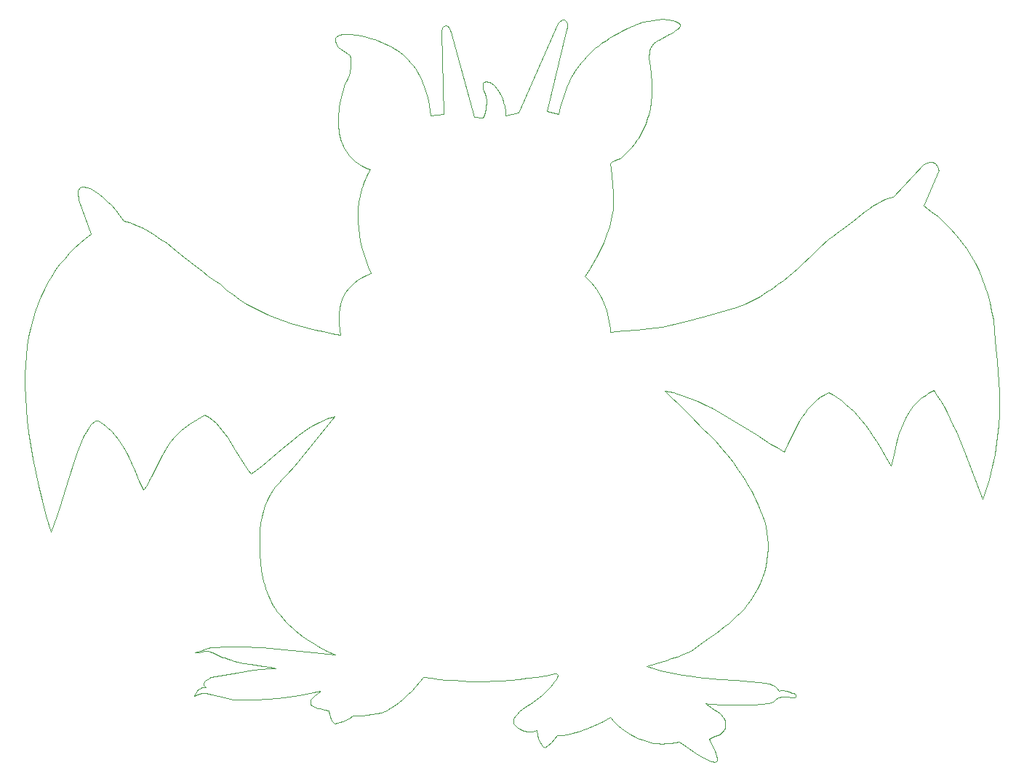
<source format=gbr>
%TF.GenerationSoftware,KiCad,Pcbnew,(5.1.6)-1*%
%TF.CreationDate,2020-10-19T09:00:09+02:00*%
%TF.ProjectId,Drache3,44726163-6865-4332-9e6b-696361645f70,rev?*%
%TF.SameCoordinates,Original*%
%TF.FileFunction,Profile,NP*%
%FSLAX46Y46*%
G04 Gerber Fmt 4.6, Leading zero omitted, Abs format (unit mm)*
G04 Created by KiCad (PCBNEW (5.1.6)-1) date 2020-10-19 09:00:09*
%MOMM*%
%LPD*%
G01*
G04 APERTURE LIST*
%TA.AperFunction,Profile*%
%ADD10C,0.100000*%
%TD*%
G04 APERTURE END LIST*
D10*
X87571200Y-110573100D02*
X87047300Y-108750900D01*
X87047300Y-108750900D02*
X86576600Y-106987100D01*
X86576600Y-106987100D02*
X86158100Y-105280800D01*
X86158100Y-105280800D02*
X85790800Y-103630800D01*
X85790800Y-103630800D02*
X85473700Y-102036100D01*
X85473700Y-102036100D02*
X85205800Y-100495500D01*
X85205800Y-100495500D02*
X84986200Y-99008100D01*
X84986200Y-99008100D02*
X84813900Y-97572600D01*
X84813900Y-97572600D02*
X84687800Y-96187900D01*
X84687800Y-96187900D02*
X84607000Y-94853100D01*
X84607000Y-94853100D02*
X84570400Y-93566900D01*
X84570400Y-93566900D02*
X84577100Y-92328300D01*
X84577100Y-92328300D02*
X84626100Y-91136400D01*
X84626100Y-91136400D02*
X84716500Y-89989800D01*
X84716500Y-89989800D02*
X84847100Y-88887600D01*
X84847100Y-88887600D02*
X85017100Y-87828700D01*
X85017100Y-87828700D02*
X85225400Y-86811800D01*
X85225400Y-86811800D02*
X85471000Y-85836100D01*
X85471000Y-85836100D02*
X85753000Y-84900400D01*
X85753000Y-84900400D02*
X86070400Y-84003600D01*
X86070400Y-84003600D02*
X86422100Y-83144500D01*
X86422100Y-83144500D02*
X86807100Y-82322100D01*
X86807100Y-82322100D02*
X87224700Y-81535400D01*
X87224700Y-81535400D02*
X87673500Y-80783300D01*
X87673500Y-80783300D02*
X88152800Y-80064500D01*
X88152800Y-80064500D02*
X88661500Y-79378100D01*
X88661500Y-79378100D02*
X89198500Y-78723000D01*
X89198500Y-78723000D02*
X89763100Y-78098000D01*
X89763100Y-78098000D02*
X90354000Y-77502100D01*
X90354000Y-77502100D02*
X90970400Y-76934200D01*
X90970400Y-76934200D02*
X91611300Y-76393300D01*
X91611300Y-76393300D02*
X92275600Y-75878000D01*
X92275600Y-75878000D02*
X90864300Y-71879300D01*
X90864300Y-71879300D02*
X90797600Y-71601700D01*
X90797600Y-71601700D02*
X90755400Y-71356800D01*
X90755400Y-71356800D02*
X90736900Y-71143400D01*
X90736900Y-71143400D02*
X90740800Y-70959900D01*
X90740800Y-70959900D02*
X90766100Y-70805100D01*
X90766100Y-70805100D02*
X90811800Y-70677300D01*
X90811800Y-70677300D02*
X90876800Y-70575300D01*
X90876800Y-70575300D02*
X90960100Y-70497700D01*
X90960100Y-70497700D02*
X91060600Y-70443100D01*
X91060600Y-70443100D02*
X91177300Y-70410000D01*
X91177300Y-70410000D02*
X91309100Y-70397100D01*
X91309100Y-70397100D02*
X91455000Y-70402900D01*
X91455000Y-70402900D02*
X91784700Y-70465100D01*
X91784700Y-70465100D02*
X92158000Y-70585500D01*
X92158000Y-70585500D02*
X92665600Y-70899200D01*
X92665600Y-70899200D02*
X93169100Y-71240500D01*
X93169100Y-71240500D02*
X93667500Y-71618100D01*
X93667500Y-71618100D02*
X94159600Y-72040500D01*
X94159600Y-72040500D02*
X94643900Y-72516300D01*
X94643900Y-72516300D02*
X95119400Y-73054000D01*
X95119400Y-73054000D02*
X95585000Y-73662000D01*
X95585000Y-73662000D02*
X95813500Y-73995200D01*
X95813500Y-73995200D02*
X96039100Y-74349100D01*
X96039100Y-74349100D02*
X96405900Y-74441300D01*
X96405900Y-74441300D02*
X96770900Y-74551100D01*
X96770900Y-74551100D02*
X97134300Y-74677800D01*
X97134300Y-74677800D02*
X97496000Y-74820400D01*
X97496000Y-74820400D02*
X98215000Y-75149800D01*
X98215000Y-75149800D02*
X98928700Y-75532700D01*
X98928700Y-75532700D02*
X99637700Y-75961900D01*
X99637700Y-75961900D02*
X100342800Y-76430400D01*
X100342800Y-76430400D02*
X101044700Y-76931600D01*
X101044700Y-76931600D02*
X101744000Y-77458200D01*
X101744000Y-77458200D02*
X103137700Y-78560400D01*
X103137700Y-78560400D02*
X104529500Y-79681500D01*
X104529500Y-79681500D02*
X105226500Y-80231800D01*
X105226500Y-80231800D02*
X105925100Y-80766100D01*
X105925100Y-80766100D02*
X106625800Y-81277300D01*
X106625800Y-81277300D02*
X107329700Y-81758500D01*
X107329700Y-81758500D02*
X108042900Y-82368400D01*
X108042900Y-82368400D02*
X108782500Y-82938700D01*
X108782500Y-82938700D02*
X109547200Y-83471200D01*
X109547200Y-83471200D02*
X110336200Y-83967300D01*
X110336200Y-83967300D02*
X111148400Y-84428500D01*
X111148400Y-84428500D02*
X111982900Y-84856500D01*
X111982900Y-84856500D02*
X112838500Y-85252700D01*
X112838500Y-85252700D02*
X113714400Y-85618500D01*
X113714400Y-85618500D02*
X114609300Y-85955700D01*
X114609300Y-85955700D02*
X115522500Y-86265500D01*
X115522500Y-86265500D02*
X116452700Y-86549800D01*
X116452700Y-86549800D02*
X117399100Y-86809900D01*
X117399100Y-86809900D02*
X118360600Y-87047300D01*
X118360600Y-87047300D02*
X119336100Y-87263600D01*
X119336100Y-87263600D02*
X120324700Y-87460300D01*
X120324700Y-87460300D02*
X121325300Y-87639000D01*
X121325300Y-87639000D02*
X121208400Y-86955900D01*
X121208400Y-86955900D02*
X121137900Y-86305100D01*
X121137900Y-86305100D02*
X121113600Y-85686400D01*
X121113600Y-85686400D02*
X121135100Y-85099600D01*
X121135100Y-85099600D02*
X121202200Y-84544400D01*
X121202200Y-84544400D02*
X121314500Y-84020800D01*
X121314500Y-84020800D02*
X121471600Y-83528200D01*
X121471600Y-83528200D02*
X121673300Y-83066700D01*
X121673300Y-83066700D02*
X121919300Y-82636100D01*
X121919300Y-82636100D02*
X122209200Y-82236000D01*
X122209200Y-82236000D02*
X122542800Y-81866200D01*
X122542800Y-81866200D02*
X122919600Y-81526600D01*
X122919600Y-81526600D02*
X123339400Y-81216800D01*
X123339400Y-81216800D02*
X123801900Y-80936800D01*
X123801900Y-80936800D02*
X124306800Y-80686100D01*
X124306800Y-80686100D02*
X124853600Y-80464800D01*
X124853600Y-80464800D02*
X124544500Y-79707700D01*
X124544500Y-79707700D02*
X124264200Y-78950600D01*
X124264200Y-78950600D02*
X124015000Y-78193500D01*
X124015000Y-78193500D02*
X123799500Y-77436300D01*
X123799500Y-77436300D02*
X123620200Y-76679300D01*
X123620200Y-76679300D02*
X123479300Y-75922100D01*
X123479300Y-75922100D02*
X123379700Y-75165000D01*
X123379700Y-75165000D02*
X123323400Y-74407900D01*
X123323400Y-74407900D02*
X123313200Y-73650800D01*
X123313200Y-73650800D02*
X123351400Y-72893600D01*
X123351400Y-72893600D02*
X123440500Y-72136600D01*
X123440500Y-72136600D02*
X123583000Y-71379400D01*
X123583000Y-71379400D02*
X123781300Y-70622300D01*
X123781300Y-70622300D02*
X123902200Y-70243800D01*
X123902200Y-70243800D02*
X124038000Y-69865200D01*
X124038000Y-69865200D02*
X124188900Y-69486600D01*
X124188900Y-69486600D02*
X124355400Y-69108100D01*
X124355400Y-69108100D02*
X124537600Y-68729500D01*
X124537600Y-68729500D02*
X124736100Y-68351000D01*
X124736100Y-68351000D02*
X124410000Y-68220800D01*
X124410000Y-68220800D02*
X124098700Y-68077900D01*
X124098700Y-68077900D02*
X123802400Y-67922200D01*
X123802400Y-67922200D02*
X123520800Y-67754000D01*
X123520800Y-67754000D02*
X123254100Y-67573400D01*
X123254100Y-67573400D02*
X123002500Y-67380400D01*
X123002500Y-67380400D02*
X122765600Y-67175000D01*
X122765600Y-67175000D02*
X122543900Y-66957400D01*
X122543900Y-66957400D02*
X122337200Y-66727800D01*
X122337200Y-66727800D02*
X122145500Y-66486100D01*
X122145500Y-66486100D02*
X121969000Y-66232600D01*
X121969000Y-66232600D02*
X121807600Y-65967100D01*
X121807600Y-65967100D02*
X121661200Y-65690000D01*
X121661200Y-65690000D02*
X121530100Y-65401300D01*
X121530100Y-65401300D02*
X121414300Y-65101100D01*
X121414300Y-65101100D02*
X121313600Y-64789400D01*
X121313600Y-64789400D02*
X121228300Y-64466400D01*
X121228300Y-64466400D02*
X121158300Y-64132100D01*
X121158300Y-64132100D02*
X121103700Y-63786800D01*
X121103700Y-63786800D02*
X121064400Y-63430300D01*
X121064400Y-63430300D02*
X121040600Y-63062900D01*
X121040600Y-63062900D02*
X121032200Y-62684700D01*
X121032200Y-62684700D02*
X121039200Y-62295700D01*
X121039200Y-62295700D02*
X121061800Y-61896000D01*
X121061800Y-61896000D02*
X121099900Y-61485800D01*
X121099900Y-61485800D02*
X121153700Y-61065100D01*
X121153700Y-61065100D02*
X121308000Y-60192700D01*
X121308000Y-60192700D02*
X121524900Y-59279500D01*
X121524900Y-59279500D02*
X121805000Y-58326410D01*
X121805000Y-58326410D02*
X121969500Y-58061920D01*
X121969500Y-58061920D02*
X122127000Y-57753970D01*
X122127000Y-57753970D02*
X122291800Y-57349000D01*
X122291800Y-57349000D02*
X122367000Y-57114850D01*
X122367000Y-57114850D02*
X122432000Y-56862120D01*
X122432000Y-56862120D02*
X122482900Y-56592680D01*
X122482900Y-56592680D02*
X122515500Y-56308420D01*
X122515500Y-56308420D02*
X122526000Y-56011240D01*
X122526000Y-56011240D02*
X122510100Y-55703030D01*
X122510100Y-55703030D02*
X122464100Y-55385650D01*
X122464100Y-55385650D02*
X122383800Y-55061010D01*
X122383800Y-55061010D02*
X121090100Y-54120130D01*
X121090100Y-54120130D02*
X120923600Y-53865600D01*
X120923600Y-53865600D02*
X120803200Y-53640610D01*
X120803200Y-53640610D02*
X120725900Y-53443370D01*
X120725900Y-53443370D02*
X120689000Y-53272080D01*
X120689000Y-53272080D02*
X120689600Y-53124980D01*
X120689600Y-53124980D02*
X120725100Y-53000260D01*
X120725100Y-53000260D02*
X120792600Y-52896130D01*
X120792600Y-52896130D02*
X120889400Y-52810830D01*
X120889400Y-52810830D02*
X121012800Y-52742550D01*
X121012800Y-52742550D02*
X121159700Y-52689500D01*
X121159700Y-52689500D02*
X121327600Y-52649920D01*
X121327600Y-52649920D02*
X121513700Y-52621990D01*
X121513700Y-52621990D02*
X121929100Y-52593990D01*
X121929100Y-52593990D02*
X122383800Y-52591200D01*
X122383800Y-52591200D02*
X123236300Y-52720870D01*
X123236300Y-52720870D02*
X124075700Y-52889300D01*
X124075700Y-52889300D02*
X124897400Y-53101420D01*
X124897400Y-53101420D02*
X125300100Y-53225410D01*
X125300100Y-53225410D02*
X125696600Y-53362170D01*
X125696600Y-53362170D02*
X126086100Y-53512330D01*
X126086100Y-53512330D02*
X126468300Y-53676500D01*
X126468300Y-53676500D02*
X126842300Y-53855300D01*
X126842300Y-53855300D02*
X127207700Y-54049350D01*
X127207700Y-54049350D02*
X127563900Y-54259260D01*
X127563900Y-54259260D02*
X127910100Y-54485660D01*
X127910100Y-54485660D02*
X128245900Y-54729160D01*
X128245900Y-54729160D02*
X128570700Y-54990380D01*
X128570700Y-54990380D02*
X128883800Y-55269930D01*
X128883800Y-55269930D02*
X129184600Y-55568440D01*
X129184600Y-55568440D02*
X129472500Y-55886520D01*
X129472500Y-55886520D02*
X129747000Y-56224790D01*
X129747000Y-56224790D02*
X130007400Y-56583870D01*
X130007400Y-56583870D02*
X130253000Y-56964380D01*
X130253000Y-56964380D02*
X130483400Y-57366920D01*
X130483400Y-57366920D02*
X130698000Y-57792130D01*
X130698000Y-57792130D02*
X130896000Y-58240620D01*
X130896000Y-58240620D02*
X131076900Y-58713010D01*
X131076900Y-58713010D02*
X131240200Y-59209910D01*
X131240200Y-59209910D02*
X131385100Y-59731900D01*
X131385100Y-59731900D02*
X131511100Y-60279700D01*
X131511100Y-60279700D02*
X131617700Y-60853900D01*
X131617700Y-60853900D02*
X131704200Y-61455000D01*
X131704200Y-61455000D02*
X131769900Y-62083800D01*
X131769900Y-62083800D02*
X133321600Y-61882400D01*
X133321600Y-61882400D02*
X133086400Y-52355970D01*
X133086400Y-52355970D02*
X133083800Y-52217530D01*
X133083800Y-52217530D02*
X133098900Y-52086190D01*
X133098900Y-52086190D02*
X133129800Y-51964390D01*
X133129800Y-51964390D02*
X133174900Y-51854570D01*
X133174900Y-51854570D02*
X133232200Y-51759150D01*
X133232200Y-51759150D02*
X133299900Y-51680560D01*
X133299900Y-51680560D02*
X133376100Y-51621240D01*
X133376100Y-51621240D02*
X133459100Y-51583630D01*
X133459100Y-51583630D02*
X133547000Y-51570150D01*
X133547000Y-51570150D02*
X133637900Y-51583250D01*
X133637900Y-51583250D02*
X133730000Y-51625330D01*
X133730000Y-51625330D02*
X133821600Y-51698860D01*
X133821600Y-51698860D02*
X133910700Y-51806260D01*
X133910700Y-51806260D02*
X133995400Y-51949950D01*
X133995400Y-51949950D02*
X134074100Y-52132380D01*
X134074100Y-52132380D02*
X134144900Y-52355970D01*
X134144900Y-52355970D02*
X136849900Y-62235200D01*
X136849900Y-62235200D02*
X137908400Y-62352800D01*
X137908400Y-62352800D02*
X138033600Y-62003600D01*
X138033600Y-62003600D02*
X138138300Y-61664600D01*
X138138300Y-61664600D02*
X138219200Y-61329700D01*
X138219200Y-61329700D02*
X138272600Y-60992500D01*
X138272600Y-60992500D02*
X138295200Y-60646800D01*
X138295200Y-60646800D02*
X138283600Y-60286300D01*
X138283600Y-60286300D02*
X138234200Y-59905000D01*
X138234200Y-59905000D02*
X138143600Y-59496300D01*
X138143600Y-59496300D02*
X138015300Y-59206480D01*
X138015300Y-59206480D02*
X137928700Y-58954210D01*
X137928700Y-58954210D02*
X137880600Y-58738160D01*
X137880600Y-58738160D02*
X137867700Y-58556990D01*
X137867700Y-58556990D02*
X137886700Y-58409300D01*
X137886700Y-58409300D02*
X137934400Y-58293760D01*
X137934400Y-58293760D02*
X138007400Y-58208990D01*
X138007400Y-58208990D02*
X138102200Y-58153630D01*
X138102200Y-58153630D02*
X138215900Y-58126320D01*
X138215900Y-58126320D02*
X138345000Y-58125700D01*
X138345000Y-58125700D02*
X138486200Y-58150390D01*
X138486200Y-58150390D02*
X138636100Y-58199040D01*
X138636100Y-58199040D02*
X138791600Y-58270280D01*
X138791600Y-58270280D02*
X138949300Y-58362760D01*
X138949300Y-58362760D02*
X139105900Y-58475110D01*
X139105900Y-58475110D02*
X139258200Y-58605960D01*
X139258200Y-58605960D02*
X139520400Y-58924230D01*
X139520400Y-58924230D02*
X139756600Y-59273100D01*
X139756600Y-59273100D02*
X139965000Y-59654400D01*
X139965000Y-59654400D02*
X140143900Y-60070000D01*
X140143900Y-60070000D02*
X140291500Y-60521700D01*
X140291500Y-60521700D02*
X140406300Y-61011400D01*
X140406300Y-61011400D02*
X140486300Y-61540800D01*
X140486300Y-61540800D02*
X140529900Y-62111900D01*
X140529900Y-62111900D02*
X142024800Y-61775900D01*
X142024800Y-61775900D02*
X146611500Y-51297490D01*
X146611500Y-51297490D02*
X146748300Y-51146530D01*
X146748300Y-51146530D02*
X146879100Y-51030150D01*
X146879100Y-51030150D02*
X147003300Y-50946500D01*
X147003300Y-50946500D02*
X147120000Y-50893780D01*
X147120000Y-50893780D02*
X147228600Y-50870130D01*
X147228600Y-50870130D02*
X147328200Y-50873710D01*
X147328200Y-50873710D02*
X147418200Y-50902690D01*
X147418200Y-50902690D02*
X147497800Y-50955220D01*
X147497800Y-50955220D02*
X147566200Y-51029480D01*
X147566200Y-51029480D02*
X147622700Y-51123620D01*
X147622700Y-51123620D02*
X147666600Y-51235810D01*
X147666600Y-51235810D02*
X147697100Y-51364210D01*
X147697100Y-51364210D02*
X147713400Y-51506990D01*
X147713400Y-51506990D02*
X147714800Y-51662290D01*
X147714800Y-51662290D02*
X147700600Y-51828290D01*
X147700600Y-51828290D02*
X147670000Y-52003160D01*
X147670000Y-52003160D02*
X145317800Y-61529600D01*
X145317800Y-61529600D02*
X146729200Y-61882400D01*
X146729200Y-61882400D02*
X146911400Y-61072600D01*
X146911400Y-61072600D02*
X147123500Y-60277500D01*
X147123500Y-60277500D02*
X147371400Y-59497900D01*
X147371400Y-59497900D02*
X147660800Y-58734890D01*
X147660800Y-58734890D02*
X147997400Y-57989220D01*
X147997400Y-57989220D02*
X148185400Y-57623190D01*
X148185400Y-57623190D02*
X148387300Y-57261830D01*
X148387300Y-57261830D02*
X148603900Y-56905280D01*
X148603900Y-56905280D02*
X148836100Y-56553630D01*
X148836100Y-56553630D02*
X149084300Y-56207000D01*
X149084300Y-56207000D02*
X149349600Y-55865500D01*
X149349600Y-55865500D02*
X149632400Y-55529240D01*
X149632400Y-55529240D02*
X149933600Y-55198350D01*
X149933600Y-55198350D02*
X150253900Y-54872920D01*
X150253900Y-54872920D02*
X150594000Y-54553060D01*
X150594000Y-54553060D02*
X150954700Y-54238910D01*
X150954700Y-54238910D02*
X151336600Y-53930550D01*
X151336600Y-53930550D02*
X151740500Y-53628120D01*
X151740500Y-53628120D02*
X152167200Y-53331710D01*
X152167200Y-53331710D02*
X152617300Y-53041450D01*
X152617300Y-53041450D02*
X153091400Y-52757430D01*
X153091400Y-52757430D02*
X153590700Y-52479790D01*
X153590700Y-52479790D02*
X154115500Y-52208620D01*
X154115500Y-52208620D02*
X154666500Y-51944040D01*
X154666500Y-51944040D02*
X155244700Y-51686170D01*
X155244700Y-51686170D02*
X155850700Y-51435110D01*
X155850700Y-51435110D02*
X156485200Y-51190970D01*
X156485200Y-51190970D02*
X158843000Y-50827050D01*
X158843000Y-50827050D02*
X159439700Y-50905310D01*
X159439700Y-50905310D02*
X159983000Y-51019680D01*
X159983000Y-51019680D02*
X160220400Y-51091110D01*
X160220400Y-51091110D02*
X160427200Y-51172440D01*
X160427200Y-51172440D02*
X160597600Y-51263920D01*
X160597600Y-51263920D02*
X160726000Y-51365840D01*
X160726000Y-51365840D02*
X160806600Y-51478490D01*
X160806600Y-51478490D02*
X160827200Y-51538930D01*
X160827200Y-51538930D02*
X160833600Y-51602160D01*
X160833600Y-51602160D02*
X160825300Y-51668200D01*
X160825300Y-51668200D02*
X160801300Y-51737110D01*
X160801300Y-51737110D02*
X160704000Y-51883650D01*
X160704000Y-51883650D02*
X160535800Y-52042040D01*
X160535800Y-52042040D02*
X160291000Y-52212580D01*
X160291000Y-52212580D02*
X159963900Y-52395530D01*
X159963900Y-52395530D02*
X159548700Y-52591210D01*
X159548700Y-52591210D02*
X158372600Y-53296870D01*
X158372600Y-53296870D02*
X158158900Y-53389120D01*
X158158900Y-53389120D02*
X157975900Y-53490170D01*
X157975900Y-53490170D02*
X157821300Y-53599290D01*
X157821300Y-53599290D02*
X157692200Y-53715720D01*
X157692200Y-53715720D02*
X157586100Y-53838740D01*
X157586100Y-53838740D02*
X157500600Y-53967590D01*
X157500600Y-53967590D02*
X157432800Y-54101530D01*
X157432800Y-54101530D02*
X157380200Y-54239830D01*
X157380200Y-54239830D02*
X157310400Y-54526520D01*
X157310400Y-54526520D02*
X157270300Y-54821710D01*
X157270300Y-54821710D02*
X157239400Y-55119460D01*
X157239400Y-55119460D02*
X157196500Y-55413850D01*
X157196500Y-55413850D02*
X157344200Y-56346100D01*
X157344200Y-56346100D02*
X157451600Y-57243700D01*
X157451600Y-57243700D02*
X157517400Y-58108220D01*
X157517400Y-58108220D02*
X157540000Y-58941250D01*
X157540000Y-58941250D02*
X157517900Y-59744400D01*
X157517900Y-59744400D02*
X157449500Y-60519200D01*
X157449500Y-60519200D02*
X157333700Y-61267200D01*
X157333700Y-61267200D02*
X157168700Y-61990100D01*
X157168700Y-61990100D02*
X157067400Y-62342600D01*
X157067400Y-62342600D02*
X156953100Y-62689400D01*
X156953100Y-62689400D02*
X156825900Y-63030700D01*
X156825900Y-63030700D02*
X156685500Y-63366700D01*
X156685500Y-63366700D02*
X156531700Y-63697700D01*
X156531700Y-63697700D02*
X156364300Y-64023700D01*
X156364300Y-64023700D02*
X156183200Y-64344900D01*
X156183200Y-64344900D02*
X155988100Y-64661700D01*
X155988100Y-64661700D02*
X155778900Y-64974200D01*
X155778900Y-64974200D02*
X155555400Y-65282500D01*
X155555400Y-65282500D02*
X155064700Y-65887600D01*
X155064700Y-65887600D02*
X154514600Y-66478700D01*
X154514600Y-66478700D02*
X153903400Y-67057200D01*
X153903400Y-67057200D02*
X153570600Y-67165500D01*
X153570600Y-67165500D02*
X153254900Y-67290900D01*
X153254900Y-67290900D02*
X152969400Y-67446400D01*
X152969400Y-67446400D02*
X152842000Y-67539600D01*
X152842000Y-67539600D02*
X152727300Y-67645400D01*
X152727300Y-67645400D02*
X152787700Y-68297700D01*
X152787700Y-68297700D02*
X152860500Y-68941300D01*
X152860500Y-68941300D02*
X153005000Y-70229500D01*
X153005000Y-70229500D02*
X153057300Y-70887400D01*
X153057300Y-70887400D02*
X153083600Y-71563700D01*
X153083600Y-71563700D02*
X153074100Y-72265000D01*
X153074100Y-72265000D02*
X153019100Y-72998100D01*
X153019100Y-72998100D02*
X152909100Y-73769700D01*
X152909100Y-73769700D02*
X152830500Y-74172100D01*
X152830500Y-74172100D02*
X152734500Y-74586700D01*
X152734500Y-74586700D02*
X152619800Y-75014200D01*
X152619800Y-75014200D02*
X152485400Y-75455600D01*
X152485400Y-75455600D02*
X152329900Y-75911700D01*
X152329900Y-75911700D02*
X152152300Y-76383400D01*
X152152300Y-76383400D02*
X151951200Y-76871500D01*
X151951200Y-76871500D02*
X151725600Y-77376700D01*
X151725600Y-77376700D02*
X151474100Y-77900100D01*
X151474100Y-77900100D02*
X151195600Y-78442400D01*
X151195600Y-78442400D02*
X150888700Y-79004500D01*
X150888700Y-79004500D02*
X150552500Y-79587100D01*
X150552500Y-79587100D02*
X150185700Y-80191300D01*
X150185700Y-80191300D02*
X149787000Y-80817600D01*
X149787000Y-80817600D02*
X150165600Y-81189400D01*
X150165600Y-81189400D02*
X150512300Y-81566600D01*
X150512300Y-81566600D02*
X150828300Y-81948800D01*
X150828300Y-81948800D02*
X151114800Y-82336000D01*
X151114800Y-82336000D02*
X151373200Y-82727900D01*
X151373200Y-82727900D02*
X151604800Y-83124100D01*
X151604800Y-83124100D02*
X151810800Y-83524700D01*
X151810800Y-83524700D02*
X151992600Y-83929300D01*
X151992600Y-83929300D02*
X152151300Y-84337800D01*
X152151300Y-84337800D02*
X152288400Y-84749900D01*
X152288400Y-84749900D02*
X152405100Y-85165300D01*
X152405100Y-85165300D02*
X152502600Y-85584000D01*
X152502600Y-85584000D02*
X152582300Y-86005600D01*
X152582300Y-86005600D02*
X152645400Y-86430000D01*
X152645400Y-86430000D02*
X152693400Y-86856900D01*
X152693400Y-86856900D02*
X152727200Y-87286200D01*
X152727200Y-87286200D02*
X154226800Y-87177000D01*
X154226800Y-87177000D02*
X155726300Y-87052400D01*
X155726300Y-87052400D02*
X157225900Y-86897600D01*
X157225900Y-86897600D02*
X158725400Y-86698200D01*
X158725400Y-86698200D02*
X161268000Y-86090000D01*
X161268000Y-86090000D02*
X162532700Y-85781500D01*
X162532700Y-85781500D02*
X163782700Y-85463400D01*
X163782700Y-85463400D02*
X165010800Y-85130500D01*
X165010800Y-85130500D02*
X166209300Y-84777800D01*
X166209300Y-84777800D02*
X167370500Y-84400400D01*
X167370500Y-84400400D02*
X168487000Y-83993100D01*
X168487000Y-83993100D02*
X169332400Y-83563100D01*
X169332400Y-83563100D02*
X170123500Y-83124100D01*
X170123500Y-83124100D02*
X170866200Y-82677000D01*
X170866200Y-82677000D02*
X171563400Y-82222200D01*
X171563400Y-82222200D02*
X172220800Y-81760900D01*
X172220800Y-81760900D02*
X172842100Y-81293600D01*
X172842100Y-81293600D02*
X173433600Y-80821200D01*
X173433600Y-80821200D02*
X173998000Y-80344600D01*
X173998000Y-80344600D02*
X174542000Y-79864200D01*
X174542000Y-79864200D02*
X175068000Y-79381000D01*
X175068000Y-79381000D02*
X176089000Y-78409400D01*
X176089000Y-78409400D02*
X177098000Y-77435600D01*
X177098000Y-77435600D02*
X178131000Y-76466100D01*
X178131000Y-76466100D02*
X178602000Y-76143400D01*
X178602000Y-76143400D02*
X179072000Y-75801700D01*
X179072000Y-75801700D02*
X180013000Y-75078700D01*
X180013000Y-75078700D02*
X180953000Y-74333200D01*
X180953000Y-74333200D02*
X181894000Y-73601100D01*
X181894000Y-73601100D02*
X182365000Y-73251300D01*
X182365000Y-73251300D02*
X182836000Y-72918300D01*
X182836000Y-72918300D02*
X183306000Y-72606800D01*
X183306000Y-72606800D02*
X183777000Y-72321000D01*
X183777000Y-72321000D02*
X184247000Y-72065700D01*
X184247000Y-72065700D02*
X184717000Y-71845100D01*
X184717000Y-71845100D02*
X185188000Y-71663800D01*
X185188000Y-71663800D02*
X185658000Y-71526500D01*
X185658000Y-71526500D02*
X189114000Y-67841100D01*
X189114000Y-67841100D02*
X189403000Y-67679600D01*
X189403000Y-67679600D02*
X189662000Y-67574300D01*
X189662000Y-67574300D02*
X189890000Y-67519100D01*
X189890000Y-67519100D02*
X190089000Y-67507500D01*
X190089000Y-67507500D02*
X190263000Y-67533300D01*
X190263000Y-67533300D02*
X190413000Y-67590000D01*
X190413000Y-67590000D02*
X190539000Y-67671400D01*
X190539000Y-67671400D02*
X190645000Y-67771100D01*
X190645000Y-67771100D02*
X190731000Y-67882800D01*
X190731000Y-67882800D02*
X190799000Y-68000200D01*
X190799000Y-68000200D02*
X190893000Y-68226600D01*
X190893000Y-68226600D02*
X190938000Y-68399600D01*
X190938000Y-68399600D02*
X190951000Y-68468600D01*
X190951000Y-68468600D02*
X189186000Y-72584900D01*
X189186000Y-72584900D02*
X190057000Y-73218700D01*
X190057000Y-73218700D02*
X190875000Y-73881300D01*
X190875000Y-73881300D02*
X191640000Y-74572000D01*
X191640000Y-74572000D02*
X192354000Y-75290400D01*
X192354000Y-75290400D02*
X193018000Y-76036000D01*
X193018000Y-76036000D02*
X193634000Y-76808100D01*
X193634000Y-76808100D02*
X194201000Y-77606200D01*
X194201000Y-77606200D02*
X194721000Y-78430000D01*
X194721000Y-78430000D02*
X195194000Y-79278600D01*
X195194000Y-79278600D02*
X195624000Y-80151900D01*
X195624000Y-80151900D02*
X196008000Y-81049000D01*
X196008000Y-81049000D02*
X196349000Y-81969500D01*
X196349000Y-81969500D02*
X196648000Y-82912800D01*
X196648000Y-82912800D02*
X196906000Y-83878600D01*
X196906000Y-83878600D02*
X197123000Y-84866100D01*
X197123000Y-84866100D02*
X197302000Y-85874900D01*
X197302000Y-85874900D02*
X197531000Y-88283700D01*
X197531000Y-88283700D02*
X197766000Y-90681800D01*
X197766000Y-90681800D02*
X197868000Y-91887700D01*
X197868000Y-91887700D02*
X197949000Y-93104100D01*
X197949000Y-93104100D02*
X198004000Y-94335400D01*
X198004000Y-94335400D02*
X198023000Y-95585900D01*
X198023000Y-95585900D02*
X198001000Y-96860000D01*
X198001000Y-96860000D02*
X197929000Y-98162100D01*
X197929000Y-98162100D02*
X197872000Y-98825100D01*
X197872000Y-98825100D02*
X197801000Y-99496800D01*
X197801000Y-99496800D02*
X197713000Y-100177500D01*
X197713000Y-100177500D02*
X197609000Y-100868100D01*
X197609000Y-100868100D02*
X197486000Y-101569000D01*
X197486000Y-101569000D02*
X197345000Y-102280700D01*
X197345000Y-102280700D02*
X197185000Y-103003900D01*
X197185000Y-103003900D02*
X197004000Y-103738900D01*
X197004000Y-103738900D02*
X196802000Y-104486500D01*
X196802000Y-104486500D02*
X196578000Y-105247100D01*
X196578000Y-105247100D02*
X196330000Y-106021200D01*
X196330000Y-106021200D02*
X196059000Y-106809500D01*
X196059000Y-106809500D02*
X195367000Y-105009200D01*
X195367000Y-105009200D02*
X194687000Y-103213400D01*
X194687000Y-103213400D02*
X194011000Y-101450200D01*
X194011000Y-101450200D02*
X193329000Y-99747800D01*
X193329000Y-99747800D02*
X192983000Y-98928100D01*
X192983000Y-98928100D02*
X192632000Y-98134100D01*
X192632000Y-98134100D02*
X192275000Y-97369400D01*
X192275000Y-97369400D02*
X191911000Y-96637400D01*
X191911000Y-96637400D02*
X191539000Y-95941800D01*
X191539000Y-95941800D02*
X191158000Y-95285900D01*
X191158000Y-95285900D02*
X190766000Y-94673300D01*
X190766000Y-94673300D02*
X190363000Y-94107600D01*
X190363000Y-94107600D02*
X190033000Y-94276200D01*
X190033000Y-94276200D02*
X189720000Y-94455100D01*
X189720000Y-94455100D02*
X189424000Y-94644300D01*
X189424000Y-94644300D02*
X189144000Y-94843100D01*
X189144000Y-94843100D02*
X188880000Y-95051300D01*
X188880000Y-95051300D02*
X188630000Y-95268600D01*
X188630000Y-95268600D02*
X188394000Y-95494600D01*
X188394000Y-95494600D02*
X188172000Y-95728900D01*
X188172000Y-95728900D02*
X187963000Y-95971100D01*
X187963000Y-95971100D02*
X187766000Y-96221000D01*
X187766000Y-96221000D02*
X187409000Y-96742200D01*
X187409000Y-96742200D02*
X187093000Y-97289500D01*
X187093000Y-97289500D02*
X186817000Y-97860300D01*
X186817000Y-97860300D02*
X186573000Y-98451700D01*
X186573000Y-98451700D02*
X186359000Y-99060800D01*
X186359000Y-99060800D02*
X186169000Y-99684700D01*
X186169000Y-99684700D02*
X185999000Y-100320700D01*
X185999000Y-100320700D02*
X185700000Y-101617500D01*
X185700000Y-101617500D02*
X185422000Y-102928400D01*
X185422000Y-102928400D02*
X185006000Y-102169700D01*
X185006000Y-102169700D02*
X184585000Y-101434600D01*
X184585000Y-101434600D02*
X184161000Y-100724300D01*
X184161000Y-100724300D02*
X183731000Y-100040200D01*
X183731000Y-100040200D02*
X183296000Y-99383600D01*
X183296000Y-99383600D02*
X182857000Y-98755700D01*
X182857000Y-98755700D02*
X182412000Y-98157800D01*
X182412000Y-98157800D02*
X181961000Y-97591300D01*
X181961000Y-97591300D02*
X181505000Y-97057400D01*
X181505000Y-97057400D02*
X181043000Y-96557400D01*
X181043000Y-96557400D02*
X180574000Y-96092700D01*
X180574000Y-96092700D02*
X180099000Y-95664500D01*
X180099000Y-95664500D02*
X179618000Y-95274200D01*
X179618000Y-95274200D02*
X179129000Y-94922800D01*
X179129000Y-94922800D02*
X178634000Y-94612000D01*
X178634000Y-94612000D02*
X178131000Y-94342900D01*
X178131000Y-94342900D02*
X177660000Y-94572800D01*
X177660000Y-94572800D02*
X177218000Y-94843200D01*
X177218000Y-94843200D02*
X176802000Y-95151000D01*
X176802000Y-95151000D02*
X176413000Y-95493600D01*
X176413000Y-95493600D02*
X176046000Y-95868200D01*
X176046000Y-95868200D02*
X175701000Y-96271700D01*
X175701000Y-96271700D02*
X175374000Y-96701500D01*
X175374000Y-96701500D02*
X175065000Y-97154700D01*
X175065000Y-97154700D02*
X174771000Y-97628400D01*
X174771000Y-97628400D02*
X174490000Y-98119900D01*
X174490000Y-98119900D02*
X174219000Y-98626200D01*
X174219000Y-98626200D02*
X173957000Y-99144500D01*
X173957000Y-99144500D02*
X173451000Y-100206100D01*
X173451000Y-100206100D02*
X172956100Y-101281800D01*
X172956100Y-101281800D02*
X172154000Y-100808400D01*
X172154000Y-100808400D02*
X171346400Y-100312000D01*
X171346400Y-100312000D02*
X169714500Y-99273000D01*
X169714500Y-99273000D02*
X168053500Y-98210900D01*
X168053500Y-98210900D02*
X167210300Y-97685600D01*
X167210300Y-97685600D02*
X166357600Y-97171600D01*
X166357600Y-97171600D02*
X165494600Y-96674700D01*
X165494600Y-96674700D02*
X164620500Y-96200700D01*
X164620500Y-96200700D02*
X163734600Y-95755400D01*
X163734600Y-95755400D02*
X162836100Y-95344300D01*
X162836100Y-95344300D02*
X161924300Y-94973400D01*
X161924300Y-94973400D02*
X160998400Y-94648200D01*
X160998400Y-94648200D02*
X160529900Y-94504600D01*
X160529900Y-94504600D02*
X160057400Y-94374500D01*
X160057400Y-94374500D02*
X159581200Y-94258800D01*
X159581200Y-94258800D02*
X159100900Y-94158100D01*
X159100900Y-94158100D02*
X159825000Y-94905700D01*
X159825000Y-94905700D02*
X160557800Y-95638900D01*
X160557800Y-95638900D02*
X162036600Y-97084000D01*
X162036600Y-97084000D02*
X163511100Y-98536100D01*
X163511100Y-98536100D02*
X164238500Y-99278100D01*
X164238500Y-99278100D02*
X164955000Y-100037900D01*
X164955000Y-100037900D02*
X165657200Y-100820800D01*
X165657200Y-100820800D02*
X166341900Y-101632200D01*
X166341900Y-101632200D02*
X167005900Y-102477500D01*
X167005900Y-102477500D02*
X167645700Y-103361900D01*
X167645700Y-103361900D02*
X168258100Y-104290600D01*
X168258100Y-104290600D02*
X168839900Y-105269300D01*
X168839900Y-105269300D02*
X169118300Y-105779000D01*
X169118300Y-105779000D02*
X169387700Y-106303200D01*
X169387700Y-106303200D02*
X169647900Y-106842500D01*
X169647900Y-106842500D02*
X169898300Y-107397600D01*
X169898300Y-107397600D02*
X170177200Y-108032300D01*
X170177200Y-108032300D02*
X170421100Y-108670100D01*
X170421100Y-108670100D02*
X170628800Y-109311000D01*
X170628800Y-109311000D02*
X170799400Y-109955200D01*
X170799400Y-109955200D02*
X170931000Y-110602800D01*
X170931000Y-110602800D02*
X171021900Y-111253900D01*
X171021900Y-111253900D02*
X171071100Y-111908600D01*
X171071100Y-111908600D02*
X171077600Y-112567000D01*
X171077600Y-112567000D02*
X171039500Y-113229300D01*
X171039500Y-113229300D02*
X170957000Y-113895600D01*
X170957000Y-113895600D02*
X170826300Y-114565800D01*
X170826300Y-114565800D02*
X170648300Y-115240400D01*
X170648300Y-115240400D02*
X170421100Y-115919200D01*
X170421100Y-115919200D02*
X170142000Y-116602400D01*
X170142000Y-116602400D02*
X169811800Y-117290100D01*
X169811800Y-117290100D02*
X169427900Y-117982500D01*
X169427900Y-117982500D02*
X169057300Y-118535700D01*
X169057300Y-118535700D02*
X168666400Y-119053600D01*
X168666400Y-119053600D02*
X168257400Y-119539700D01*
X168257400Y-119539700D02*
X167832000Y-119997200D01*
X167832000Y-119997200D02*
X167392300Y-120429200D01*
X167392300Y-120429200D02*
X166939800Y-120839300D01*
X166939800Y-120839300D02*
X166476600Y-121230500D01*
X166476600Y-121230500D02*
X166004600Y-121606400D01*
X166004600Y-121606400D02*
X165041600Y-122324800D01*
X165041600Y-122324800D02*
X164065800Y-123020900D01*
X164065800Y-123020900D02*
X163092300Y-123720900D01*
X163092300Y-123720900D02*
X162136100Y-124451000D01*
X162136100Y-124451000D02*
X161275700Y-124813800D01*
X161275700Y-124813800D02*
X160511600Y-125112600D01*
X160511600Y-125112600D02*
X159826000Y-125358900D01*
X159826000Y-125358900D02*
X159201400Y-125564500D01*
X159201400Y-125564500D02*
X158065000Y-125900800D01*
X158065000Y-125900800D02*
X156961200Y-126215200D01*
X156961200Y-126215200D02*
X157763200Y-126492800D01*
X157763200Y-126492800D02*
X158581000Y-126733300D01*
X158581000Y-126733300D02*
X159413200Y-126940400D01*
X159413200Y-126940400D02*
X160258100Y-127117700D01*
X160258100Y-127117700D02*
X161114400Y-127268700D01*
X161114400Y-127268700D02*
X161980300Y-127397000D01*
X161980300Y-127397000D02*
X162854500Y-127506200D01*
X162854500Y-127506200D02*
X163735200Y-127599800D01*
X163735200Y-127599800D02*
X165510800Y-127754300D01*
X165510800Y-127754300D02*
X167294900Y-127889300D01*
X167294900Y-127889300D02*
X169075100Y-128033200D01*
X169075100Y-128033200D02*
X169960300Y-128117500D01*
X169960300Y-128117500D02*
X170839300Y-128214600D01*
X170839300Y-128214600D02*
X171055300Y-128247500D01*
X171055300Y-128247500D02*
X171250000Y-128294100D01*
X171250000Y-128294100D02*
X171426200Y-128352000D01*
X171426200Y-128352000D02*
X171582900Y-128419400D01*
X171582900Y-128419400D02*
X171844400Y-128573200D01*
X171844400Y-128573200D02*
X172040900Y-128738300D01*
X172040900Y-128738300D02*
X172181900Y-128896900D01*
X172181900Y-128896900D02*
X172273700Y-129031800D01*
X172273700Y-129031800D02*
X172337600Y-129160600D01*
X172337600Y-129160600D02*
X172412700Y-129115100D01*
X172412700Y-129115100D02*
X172521200Y-129087800D01*
X172521200Y-129087800D02*
X172659400Y-129077200D01*
X172659400Y-129077200D02*
X172819800Y-129082000D01*
X172819800Y-129082000D02*
X173184200Y-129132100D01*
X173184200Y-129132100D02*
X173565000Y-129226500D01*
X173565000Y-129226500D02*
X173917000Y-129354300D01*
X173917000Y-129354300D02*
X174065000Y-129427100D01*
X174065000Y-129427100D02*
X174188000Y-129504000D01*
X174188000Y-129504000D02*
X174279000Y-129583400D01*
X174279000Y-129583400D02*
X174332000Y-129664200D01*
X174332000Y-129664200D02*
X174341000Y-129744800D01*
X174341000Y-129744800D02*
X174300000Y-129823800D01*
X174300000Y-129823800D02*
X174247000Y-129860600D01*
X174247000Y-129860600D02*
X174167000Y-129881600D01*
X174167000Y-129881600D02*
X173943000Y-129887800D01*
X173943000Y-129887800D02*
X173320300Y-129835400D01*
X173320300Y-129835400D02*
X172968900Y-129821800D01*
X172968900Y-129821800D02*
X172624000Y-129846600D01*
X172624000Y-129846600D02*
X172461700Y-129880500D01*
X172461700Y-129880500D02*
X172309600Y-129932400D01*
X172309600Y-129932400D02*
X172170600Y-130005200D01*
X172170600Y-130005200D02*
X172049100Y-130101600D01*
X172049100Y-130101600D02*
X171858100Y-130263200D01*
X171858100Y-130263200D02*
X171653200Y-130397000D01*
X171653200Y-130397000D02*
X171437100Y-130509200D01*
X171437100Y-130509200D02*
X171213700Y-130606000D01*
X171213700Y-130606000D02*
X169372700Y-130704300D01*
X169372700Y-130704300D02*
X168416000Y-130746700D01*
X168416000Y-130746700D02*
X167453400Y-130773800D01*
X167453400Y-130773800D02*
X166498400Y-130778000D01*
X166498400Y-130778000D02*
X165564800Y-130751100D01*
X165564800Y-130751100D02*
X164666200Y-130685100D01*
X164666200Y-130685100D02*
X164234300Y-130635100D01*
X164234300Y-130635100D02*
X163816300Y-130572300D01*
X163816300Y-130572300D02*
X163958300Y-130704800D01*
X163958300Y-130704800D02*
X164113500Y-130830100D01*
X164113500Y-130830100D02*
X164452300Y-131066200D01*
X164452300Y-131066200D02*
X164810700Y-131294600D01*
X164810700Y-131294600D02*
X165167000Y-131528900D01*
X165167000Y-131528900D02*
X165499400Y-131783000D01*
X165499400Y-131783000D02*
X165649700Y-131921700D01*
X165649700Y-131921700D02*
X165786000Y-132070600D01*
X165786000Y-132070600D02*
X165905300Y-132231200D01*
X165905300Y-132231200D02*
X166005100Y-132405400D01*
X166005100Y-132405400D02*
X166082400Y-132594900D01*
X166082400Y-132594900D02*
X166134600Y-132801400D01*
X166134600Y-132801400D02*
X166134100Y-133036100D01*
X166134100Y-133036100D02*
X166108800Y-133245900D01*
X166108800Y-133245900D02*
X166060500Y-133432900D01*
X166060500Y-133432900D02*
X165991300Y-133598900D01*
X165991300Y-133598900D02*
X165903200Y-133746000D01*
X165903200Y-133746000D02*
X165798100Y-133876100D01*
X165798100Y-133876100D02*
X165678000Y-133991300D01*
X165678000Y-133991300D02*
X165545100Y-134093600D01*
X165545100Y-134093600D02*
X165248100Y-134267100D01*
X165248100Y-134267100D02*
X164923200Y-134412500D01*
X164923200Y-134412500D02*
X164252800Y-134683100D01*
X164252800Y-134683100D02*
X165009000Y-136340800D01*
X165009000Y-136340800D02*
X165109200Y-136770200D01*
X165109200Y-136770200D02*
X165135600Y-136947200D01*
X165135600Y-136947200D02*
X165142600Y-137097500D01*
X165142600Y-137097500D02*
X165127400Y-137220200D01*
X165127400Y-137220200D02*
X165087400Y-137314300D01*
X165087400Y-137314300D02*
X165019900Y-137378500D01*
X165019900Y-137378500D02*
X164921900Y-137412100D01*
X164921900Y-137412100D02*
X164791100Y-137413900D01*
X164791100Y-137413900D02*
X164624600Y-137382700D01*
X164624600Y-137382700D02*
X164419700Y-137317700D01*
X164419700Y-137317700D02*
X164173600Y-137217700D01*
X164173600Y-137217700D02*
X163547300Y-136908700D01*
X163547300Y-136908700D02*
X162724000Y-136447300D01*
X162724000Y-136447300D02*
X160724600Y-135036000D01*
X160724600Y-135036000D02*
X160224100Y-135122600D01*
X160224100Y-135122600D02*
X159723800Y-135197700D01*
X159723800Y-135197700D02*
X159223600Y-135252600D01*
X159223600Y-135252600D02*
X158723400Y-135278700D01*
X158723400Y-135278700D02*
X158223600Y-135267000D01*
X158223600Y-135267000D02*
X157724000Y-135208900D01*
X157724000Y-135208900D02*
X157474300Y-135159700D01*
X157474300Y-135159700D02*
X157224800Y-135095600D01*
X157224800Y-135095600D02*
X156975300Y-135015500D01*
X156975300Y-135015500D02*
X156725800Y-134918400D01*
X156725800Y-134918400D02*
X156425900Y-134832700D01*
X156425900Y-134832700D02*
X156134500Y-134732700D01*
X156134500Y-134732700D02*
X155851300Y-134619300D01*
X155851300Y-134619300D02*
X155575700Y-134492800D01*
X155575700Y-134492800D02*
X155046400Y-134204000D01*
X155046400Y-134204000D02*
X154543100Y-133871500D01*
X154543100Y-133871500D02*
X154062800Y-133500800D01*
X154062800Y-133500800D02*
X153602200Y-133097300D01*
X153602200Y-133097300D02*
X153158000Y-132666400D01*
X153158000Y-132666400D02*
X152727100Y-132213300D01*
X152727100Y-132213300D02*
X151838000Y-132649000D01*
X151838000Y-132649000D02*
X150905800Y-133076200D01*
X150905800Y-133076200D02*
X149943300Y-133493400D01*
X149943300Y-133493400D02*
X148963600Y-133899300D01*
X148963600Y-133899300D02*
X148346200Y-134073600D01*
X148346200Y-134073600D02*
X147728600Y-134201900D01*
X147728600Y-134201900D02*
X147111200Y-134286700D01*
X147111200Y-134286700D02*
X146493800Y-134330300D01*
X146493800Y-134330300D02*
X146173700Y-134748800D01*
X146173700Y-134748800D02*
X145831700Y-135123100D01*
X145831700Y-135123100D02*
X145467800Y-135453900D01*
X145467800Y-135453900D02*
X145082500Y-135741600D01*
X145082500Y-135741600D02*
X144871300Y-135562000D01*
X144871300Y-135562000D02*
X144697900Y-135353800D01*
X144697900Y-135353800D02*
X144556700Y-135121500D01*
X144556700Y-135121500D02*
X144442300Y-134869200D01*
X144442300Y-134869200D02*
X144349100Y-134601000D01*
X144349100Y-134601000D02*
X144271600Y-134321000D01*
X144271600Y-134321000D02*
X144141500Y-133742300D01*
X144141500Y-133742300D02*
X143876700Y-133799600D01*
X143876700Y-133799600D02*
X143628600Y-133837100D01*
X143628600Y-133837100D02*
X143396400Y-133855900D01*
X143396400Y-133855900D02*
X143179400Y-133857400D01*
X143179400Y-133857400D02*
X142976700Y-133842700D01*
X142976700Y-133842700D02*
X142787600Y-133813100D01*
X142787600Y-133813100D02*
X142611400Y-133769800D01*
X142611400Y-133769800D02*
X142447200Y-133713800D01*
X142447200Y-133713800D02*
X142294300Y-133646700D01*
X142294300Y-133646700D02*
X142152000Y-133569500D01*
X142152000Y-133569500D02*
X141895800Y-133389600D01*
X141895800Y-133389600D02*
X141672500Y-133184100D01*
X141672500Y-133184100D02*
X141475800Y-132962600D01*
X141475800Y-132962600D02*
X141431100Y-132816400D01*
X141431100Y-132816400D02*
X141418100Y-132670600D01*
X141418100Y-132670600D02*
X141434200Y-132525600D01*
X141434200Y-132525600D02*
X141476600Y-132381300D01*
X141476600Y-132381300D02*
X141542700Y-132238200D01*
X141542700Y-132238200D02*
X141629900Y-132096200D01*
X141629900Y-132096200D02*
X141856200Y-131817000D01*
X141856200Y-131817000D02*
X142134100Y-131544900D01*
X142134100Y-131544900D02*
X142442100Y-131282000D01*
X142442100Y-131282000D02*
X143061300Y-130789000D01*
X143061300Y-130789000D02*
X143374300Y-130635200D01*
X143374300Y-130635200D02*
X143709400Y-130430700D01*
X143709400Y-130430700D02*
X144058500Y-130184100D01*
X144058500Y-130184100D02*
X144413900Y-129904400D01*
X144413900Y-129904400D02*
X144767400Y-129600300D01*
X144767400Y-129600300D02*
X145111400Y-129280400D01*
X145111400Y-129280400D02*
X145437900Y-128953500D01*
X145437900Y-128953500D02*
X145738900Y-128628500D01*
X145738900Y-128628500D02*
X146006400Y-128314000D01*
X146006400Y-128314000D02*
X146232800Y-128018800D01*
X146232800Y-128018800D02*
X146409900Y-127751700D01*
X146409900Y-127751700D02*
X146529900Y-127521400D01*
X146529900Y-127521400D02*
X146584900Y-127336600D01*
X146584900Y-127336600D02*
X146585600Y-127264100D01*
X146585600Y-127264100D02*
X146566900Y-127206100D01*
X146566900Y-127206100D02*
X146528200Y-127164000D01*
X146528200Y-127164000D02*
X146468100Y-127138700D01*
X146468100Y-127138700D02*
X146385900Y-127131400D01*
X146385900Y-127131400D02*
X146280500Y-127143200D01*
X146280500Y-127143200D02*
X145182000Y-127336200D01*
X145182000Y-127336200D02*
X144113300Y-127503400D01*
X144113300Y-127503400D02*
X143071900Y-127645400D01*
X143071900Y-127645400D02*
X142055800Y-127762700D01*
X142055800Y-127762700D02*
X141062400Y-127856300D01*
X141062400Y-127856300D02*
X140089400Y-127926700D01*
X140089400Y-127926700D02*
X139134600Y-127974600D01*
X139134600Y-127974600D02*
X138195500Y-128000800D01*
X138195500Y-128000800D02*
X137269900Y-128005900D01*
X137269900Y-128005900D02*
X136355300Y-127990500D01*
X136355300Y-127990500D02*
X135449500Y-127955500D01*
X135449500Y-127955500D02*
X134550000Y-127901500D01*
X134550000Y-127901500D02*
X133654600Y-127829000D01*
X133654600Y-127829000D02*
X132760800Y-127739100D01*
X132760800Y-127739100D02*
X131866500Y-127632200D01*
X131866500Y-127632200D02*
X130969200Y-127509000D01*
X130969200Y-127509000D02*
X130509800Y-128059600D01*
X130509800Y-128059600D02*
X130041900Y-128592600D01*
X130041900Y-128592600D02*
X129563200Y-129105400D01*
X129563200Y-129105400D02*
X129071500Y-129595800D01*
X129071500Y-129595800D02*
X128564600Y-130060900D01*
X128564600Y-130060900D02*
X128040400Y-130498600D01*
X128040400Y-130498600D02*
X127496700Y-130906300D01*
X127496700Y-130906300D02*
X126931500Y-131281500D01*
X126931500Y-131281500D02*
X126717400Y-131387900D01*
X126717400Y-131387900D02*
X126492300Y-131483500D01*
X126492300Y-131483500D02*
X126013800Y-131644900D01*
X126013800Y-131644900D02*
X125504300Y-131770600D01*
X125504300Y-131770600D02*
X124972100Y-131865300D01*
X124972100Y-131865300D02*
X124425700Y-131933800D01*
X124425700Y-131933800D02*
X123873300Y-131981000D01*
X123873300Y-131981000D02*
X122784500Y-132030500D01*
X122784500Y-132030500D02*
X122299500Y-132336900D01*
X122299500Y-132336900D02*
X122048000Y-132476800D01*
X122048000Y-132476800D02*
X121787900Y-132603500D01*
X121787900Y-132603500D02*
X121517000Y-132714300D01*
X121517000Y-132714300D02*
X121233400Y-132805900D01*
X121233400Y-132805900D02*
X120934900Y-132875100D01*
X120934900Y-132875100D02*
X120619500Y-132919100D01*
X120619500Y-132919100D02*
X120424600Y-132754700D01*
X120424600Y-132754700D02*
X120281900Y-132577100D01*
X120281900Y-132577100D02*
X120180600Y-132389300D01*
X120180600Y-132389300D02*
X120110000Y-132193800D01*
X120110000Y-132193800D02*
X120016400Y-131790800D01*
X120016400Y-131790800D02*
X119971700Y-131588800D01*
X119971700Y-131588800D02*
X119913800Y-131390100D01*
X119913800Y-131390100D02*
X119414000Y-131305100D01*
X119414000Y-131305100D02*
X118914100Y-131200900D01*
X118914100Y-131200900D02*
X118664200Y-131131100D01*
X118664200Y-131131100D02*
X118414400Y-131044200D01*
X118414400Y-131044200D02*
X118164400Y-130935900D01*
X118164400Y-130935900D02*
X117914500Y-130802100D01*
X117914500Y-130802100D02*
X117854700Y-130615200D01*
X117854700Y-130615200D02*
X117826900Y-130449700D01*
X117826900Y-130449700D02*
X117827900Y-130303300D01*
X117827900Y-130303300D02*
X117854400Y-130174000D01*
X117854400Y-130174000D02*
X117903100Y-130059500D01*
X117903100Y-130059500D02*
X117970800Y-129957600D01*
X117970800Y-129957600D02*
X118054100Y-129866100D01*
X118054100Y-129866100D02*
X118150000Y-129783000D01*
X118150000Y-129783000D02*
X118365800Y-129632900D01*
X118365800Y-129632900D02*
X118592500Y-129489900D01*
X118592500Y-129489900D02*
X118803500Y-129336600D01*
X118803500Y-129336600D02*
X118895000Y-129250700D01*
X118895000Y-129250700D02*
X118973000Y-129155500D01*
X118973000Y-129155500D02*
X117735000Y-129410400D01*
X117735000Y-129410400D02*
X116502600Y-129637100D01*
X116502600Y-129637100D02*
X115268500Y-129830600D01*
X115268500Y-129830600D02*
X114025400Y-129986000D01*
X114025400Y-129986000D02*
X112766100Y-130098400D01*
X112766100Y-130098400D02*
X111483500Y-130162700D01*
X111483500Y-130162700D02*
X110831100Y-130175200D01*
X110831100Y-130175200D02*
X110170200Y-130173800D01*
X110170200Y-130173800D02*
X109499900Y-130157900D01*
X109499900Y-130157900D02*
X108819200Y-130127000D01*
X108819200Y-130127000D02*
X107072600Y-129708800D01*
X107072600Y-129708800D02*
X106330200Y-129530900D01*
X106330200Y-129530900D02*
X105965700Y-129465100D01*
X105965700Y-129465100D02*
X105607700Y-129427300D01*
X105607700Y-129427300D02*
X105257800Y-129426900D01*
X105257800Y-129426900D02*
X104917500Y-129473300D01*
X104917500Y-129473300D02*
X104751400Y-129516900D01*
X104751400Y-129516900D02*
X104588200Y-129575700D01*
X104588200Y-129575700D02*
X104428300Y-129650800D01*
X104428300Y-129650800D02*
X104271700Y-129743600D01*
X104271700Y-129743600D02*
X104387900Y-129499600D01*
X104387900Y-129499600D02*
X104517700Y-129280900D01*
X104517700Y-129280900D02*
X104663000Y-129090600D01*
X104663000Y-129090600D02*
X104825500Y-128932200D01*
X104825500Y-128932200D02*
X105006800Y-128809200D01*
X105006800Y-128809200D02*
X105209100Y-128724700D01*
X105209100Y-128724700D02*
X105433800Y-128682200D01*
X105433800Y-128682200D02*
X105683000Y-128685100D01*
X105683000Y-128685100D02*
X105554800Y-128602400D01*
X105554800Y-128602400D02*
X105463200Y-128518200D01*
X105463200Y-128518200D02*
X105405000Y-128433000D01*
X105405000Y-128433000D02*
X105377000Y-128347600D01*
X105377000Y-128347600D02*
X105376000Y-128262500D01*
X105376000Y-128262500D02*
X105398900Y-128178600D01*
X105398900Y-128178600D02*
X105442600Y-128096600D01*
X105442600Y-128096600D02*
X105503700Y-128017000D01*
X105503700Y-128017000D02*
X105666000Y-127868100D01*
X105666000Y-127868100D02*
X105860500Y-127737400D01*
X105860500Y-127737400D02*
X106061800Y-127630400D01*
X106061800Y-127630400D02*
X106244800Y-127552600D01*
X106244800Y-127552600D02*
X108247200Y-127167900D01*
X108247200Y-127167900D02*
X109244400Y-126982600D01*
X109244400Y-126982600D02*
X110226300Y-126815300D01*
X110226300Y-126815300D02*
X111183500Y-126676300D01*
X111183500Y-126676300D02*
X112106200Y-126575500D01*
X112106200Y-126575500D02*
X112985300Y-126523100D01*
X112985300Y-126523100D02*
X113405500Y-126518200D01*
X113405500Y-126518200D02*
X113811100Y-126529100D01*
X113811100Y-126529100D02*
X113464300Y-126436800D01*
X113464300Y-126436800D02*
X113107500Y-126356400D01*
X113107500Y-126356400D02*
X112369000Y-126222800D01*
X112369000Y-126222800D02*
X110831600Y-126003100D01*
X110831600Y-126003100D02*
X110054600Y-125882100D01*
X110054600Y-125882100D02*
X109286600Y-125730500D01*
X109286600Y-125730500D02*
X108909500Y-125637800D01*
X108909500Y-125637800D02*
X108538700Y-125530800D01*
X108538700Y-125530800D02*
X108175700Y-125407600D01*
X108175700Y-125407600D02*
X107821800Y-125265600D01*
X107821800Y-125265600D02*
X107629600Y-125219300D01*
X107629600Y-125219300D02*
X107443700Y-125160600D01*
X107443700Y-125160600D02*
X107085200Y-125015900D01*
X107085200Y-125015900D02*
X106388700Y-124686400D01*
X106388700Y-124686400D02*
X106288200Y-124613000D01*
X106288200Y-124613000D02*
X106181500Y-124558100D01*
X106181500Y-124558100D02*
X106069400Y-124519800D01*
X106069400Y-124519800D02*
X105952200Y-124496200D01*
X105952200Y-124496200D02*
X105705700Y-124485800D01*
X105705700Y-124485800D02*
X105447000Y-124512200D01*
X105447000Y-124512200D02*
X104912800Y-124615300D01*
X104912800Y-124615300D02*
X104647300Y-124662300D01*
X104647300Y-124662300D02*
X104389300Y-124686400D01*
X104389300Y-124686400D02*
X105002400Y-124447500D01*
X105002400Y-124447500D02*
X105615600Y-124209000D01*
X105615600Y-124209000D02*
X105922100Y-124114700D01*
X105922100Y-124114700D02*
X106228700Y-124050200D01*
X106228700Y-124050200D02*
X106535300Y-124025500D01*
X106535300Y-124025500D02*
X106688500Y-124031100D01*
X106688500Y-124031100D02*
X106841800Y-124050400D01*
X106841800Y-124050400D02*
X107766000Y-124004200D01*
X107766000Y-124004200D02*
X108678800Y-123981300D01*
X108678800Y-123981300D02*
X109581200Y-123979500D01*
X109581200Y-123979500D02*
X110473900Y-123996600D01*
X110473900Y-123996600D02*
X111357700Y-124030700D01*
X111357700Y-124030700D02*
X112233600Y-124079500D01*
X112233600Y-124079500D02*
X113964800Y-124213300D01*
X113964800Y-124213300D02*
X115674000Y-124381200D01*
X115674000Y-124381200D02*
X117368000Y-124566300D01*
X117368000Y-124566300D02*
X119053500Y-124752000D01*
X119053500Y-124752000D02*
X120737100Y-124921600D01*
X120737100Y-124921600D02*
X119726500Y-124447400D01*
X119726500Y-124447400D02*
X118753500Y-123935500D01*
X118753500Y-123935500D02*
X118282300Y-123664300D01*
X118282300Y-123664300D02*
X117821900Y-123382400D01*
X117821900Y-123382400D02*
X117372800Y-123089000D01*
X117372800Y-123089000D02*
X116935400Y-122784000D01*
X116935400Y-122784000D02*
X116510200Y-122466700D01*
X116510200Y-122466700D02*
X116097800Y-122136700D01*
X116097800Y-122136700D02*
X115698500Y-121793700D01*
X115698500Y-121793700D02*
X115312800Y-121436900D01*
X115312800Y-121436900D02*
X114941300Y-121066100D01*
X114941300Y-121066100D02*
X114584200Y-120680600D01*
X114584200Y-120680600D02*
X114242300Y-120280300D01*
X114242300Y-120280300D02*
X113915700Y-119864300D01*
X113915700Y-119864300D02*
X113685900Y-119513500D01*
X113685900Y-119513500D02*
X113470800Y-119153100D01*
X113470800Y-119153100D02*
X113270400Y-118783200D01*
X113270400Y-118783200D02*
X113084300Y-118404000D01*
X113084300Y-118404000D02*
X112912400Y-118015500D01*
X112912400Y-118015500D02*
X112754600Y-117617800D01*
X112754600Y-117617800D02*
X112610700Y-117211100D01*
X112610700Y-117211100D02*
X112480700Y-116795400D01*
X112480700Y-116795400D02*
X112364200Y-116370900D01*
X112364200Y-116370900D02*
X112261200Y-115937700D01*
X112261200Y-115937700D02*
X112171400Y-115495800D01*
X112171400Y-115495800D02*
X112094800Y-115045400D01*
X112094800Y-115045400D02*
X111980300Y-114119400D01*
X111980300Y-114119400D02*
X111916400Y-113160600D01*
X111916400Y-113160600D02*
X111869300Y-112143300D01*
X111869300Y-112143300D02*
X111867900Y-111210000D01*
X111867900Y-111210000D02*
X111911100Y-110353400D01*
X111911100Y-110353400D02*
X111997800Y-109565900D01*
X111997800Y-109565900D02*
X112126800Y-108840400D01*
X112126800Y-108840400D02*
X112296900Y-108169500D01*
X112296900Y-108169500D02*
X112507100Y-107545800D01*
X112507100Y-107545800D02*
X112755900Y-106961900D01*
X112755900Y-106961900D02*
X113042500Y-106410700D01*
X113042500Y-106410700D02*
X113365700Y-105884600D01*
X113365700Y-105884600D02*
X113724100Y-105376400D01*
X113724100Y-105376400D02*
X114116800Y-104878500D01*
X114116800Y-104878500D02*
X114542600Y-104384000D01*
X114542600Y-104384000D02*
X115000200Y-103885200D01*
X115000200Y-103885200D02*
X116006500Y-102845600D01*
X116006500Y-102845600D02*
X120642200Y-97160000D01*
X120642200Y-97160000D02*
X120337900Y-97227500D01*
X120337900Y-97227500D02*
X120033500Y-97311800D01*
X120033500Y-97311800D02*
X119729200Y-97412300D01*
X119729200Y-97412300D02*
X119424800Y-97528200D01*
X119424800Y-97528200D02*
X118816100Y-97802700D01*
X118816100Y-97802700D02*
X118207400Y-98129300D01*
X118207400Y-98129300D02*
X117598700Y-98501500D01*
X117598700Y-98501500D02*
X116990000Y-98913000D01*
X116990000Y-98913000D02*
X116381200Y-99357700D01*
X116381200Y-99357700D02*
X115772500Y-99829200D01*
X115772500Y-99829200D02*
X114555100Y-100827600D01*
X114555100Y-100827600D02*
X113337700Y-101858000D01*
X113337700Y-101858000D02*
X112120200Y-102869900D01*
X112120200Y-102869900D02*
X111511500Y-103353400D01*
X111511500Y-103353400D02*
X110902800Y-103813400D01*
X110902800Y-103813400D02*
X110565900Y-103366000D01*
X110565900Y-103366000D02*
X110245900Y-102904900D01*
X110245900Y-102904900D02*
X109641300Y-101955000D01*
X109641300Y-101955000D02*
X109060200Y-100991400D01*
X109060200Y-100991400D02*
X108473900Y-100041300D01*
X108473900Y-100041300D02*
X108169700Y-99579900D01*
X108169700Y-99579900D02*
X107853400Y-99132100D01*
X107853400Y-99132100D02*
X107521400Y-98701500D01*
X107521400Y-98701500D02*
X107170000Y-98291400D01*
X107170000Y-98291400D02*
X106795600Y-97905300D01*
X106795600Y-97905300D02*
X106394600Y-97546500D01*
X106394600Y-97546500D02*
X105963400Y-97218600D01*
X105963400Y-97218600D02*
X105498500Y-96924800D01*
X105498500Y-96924800D02*
X105028100Y-97175500D01*
X105028100Y-97175500D02*
X104587700Y-97429000D01*
X104587700Y-97429000D02*
X104175700Y-97685200D01*
X104175700Y-97685200D02*
X103790900Y-97943800D01*
X103790900Y-97943800D02*
X103431700Y-98204700D01*
X103431700Y-98204700D02*
X103096800Y-98468000D01*
X103096800Y-98468000D02*
X102784900Y-98733300D01*
X102784900Y-98733300D02*
X102494600Y-99000700D01*
X102494600Y-99000700D02*
X102224300Y-99269800D01*
X102224300Y-99269800D02*
X101973000Y-99540800D01*
X101973000Y-99540800D02*
X101520800Y-100087400D01*
X101520800Y-100087400D02*
X101127100Y-100639600D01*
X101127100Y-100639600D02*
X100780500Y-101196300D01*
X100780500Y-101196300D02*
X100470100Y-101756600D01*
X100470100Y-101756600D02*
X100184800Y-102319400D01*
X100184800Y-102319400D02*
X99644600Y-103448900D01*
X99644600Y-103448900D02*
X99367400Y-104013500D01*
X99367400Y-104013500D02*
X99070900Y-104576700D01*
X99070900Y-104576700D02*
X98743700Y-105137600D01*
X98743700Y-105137600D02*
X98374700Y-105695100D01*
X98374700Y-105695100D02*
X98123500Y-105177000D01*
X98123500Y-105177000D02*
X97881600Y-104644200D01*
X97881600Y-104644200D02*
X97409000Y-103548700D01*
X97409000Y-103548700D02*
X96923200Y-102437200D01*
X96923200Y-102437200D02*
X96664500Y-101884200D01*
X96664500Y-101884200D02*
X96389700Y-101338000D01*
X96389700Y-101338000D02*
X96094500Y-100802000D01*
X96094500Y-100802000D02*
X95774700Y-100279700D01*
X95774700Y-100279700D02*
X95425900Y-99775000D01*
X95425900Y-99775000D02*
X95044000Y-99291100D01*
X95044000Y-99291100D02*
X94624500Y-98831600D01*
X94624500Y-98831600D02*
X94163400Y-98400200D01*
X94163400Y-98400200D02*
X93915800Y-98196200D01*
X93915800Y-98196200D02*
X93656300Y-98000500D01*
X93656300Y-98000500D02*
X93384200Y-97813500D01*
X93384200Y-97813500D02*
X93098900Y-97635900D01*
X93098900Y-97635900D02*
X92926100Y-97630400D01*
X92926100Y-97630400D02*
X92753400Y-97675800D01*
X92753400Y-97675800D02*
X92580700Y-97769800D01*
X92580700Y-97769800D02*
X92407900Y-97909900D01*
X92407900Y-97909900D02*
X92235200Y-98093700D01*
X92235200Y-98093700D02*
X92062400Y-98318700D01*
X92062400Y-98318700D02*
X91889700Y-98582400D01*
X91889700Y-98582400D02*
X91717000Y-98882200D01*
X91717000Y-98882200D02*
X91544200Y-99216000D01*
X91544200Y-99216000D02*
X91371500Y-99581100D01*
X91371500Y-99581100D02*
X91026000Y-100395400D01*
X91026000Y-100395400D02*
X90680500Y-101305800D01*
X90680500Y-101305800D02*
X90335000Y-102292400D01*
X90335000Y-102292400D02*
X89644100Y-104415800D01*
X89644100Y-104415800D02*
X88953100Y-106608600D01*
X88953100Y-106608600D02*
X88607600Y-107681800D01*
X88607600Y-107681800D02*
X88262200Y-108713400D01*
X88262200Y-108713400D02*
X87916700Y-109683700D01*
X87916700Y-109683700D02*
X87571200Y-110573000D01*
X87571200Y-110573000D02*
X87571200Y-110573100D01*
X87571200Y-110573100D02*
X87571200Y-110573100D01*
M02*

</source>
